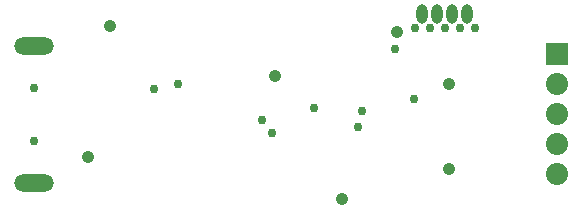
<source format=gbs>
G04*
G04 #@! TF.GenerationSoftware,Altium Limited,Altium Designer,20.2.6 (244)*
G04*
G04 Layer_Color=16711935*
%FSLAX25Y25*%
%MOIN*%
G70*
G04*
G04 #@! TF.SameCoordinates,1A3BA952-A66C-493A-B53E-150E5816C36F*
G04*
G04*
G04 #@! TF.FilePolarity,Negative*
G04*
G01*
G75*
G04:AMPARAMS|DCode=28|XSize=37.41mil|YSize=64.97mil|CornerRadius=18.7mil|HoleSize=0mil|Usage=FLASHONLY|Rotation=0.000|XOffset=0mil|YOffset=0mil|HoleType=Round|Shape=RoundedRectangle|*
%AMROUNDEDRECTD28*
21,1,0.03741,0.02756,0,0,0.0*
21,1,0.00000,0.06497,0,0,0.0*
1,1,0.03741,0.00000,-0.01378*
1,1,0.03741,0.00000,-0.01378*
1,1,0.03741,0.00000,0.01378*
1,1,0.03741,0.00000,0.01378*
%
%ADD28ROUNDEDRECTD28*%
%ADD37C,0.02953*%
%ADD38O,0.13189X0.05709*%
%ADD39R,0.07382X0.07382*%
%ADD40C,0.07382*%
%ADD41C,0.04134*%
D28*
X140433Y71850D02*
D03*
X145433D02*
D03*
X150433D02*
D03*
X155433D02*
D03*
D37*
X10827Y29528D02*
D03*
Y47244D02*
D03*
X137933Y67303D02*
D03*
X142933D02*
D03*
X147933D02*
D03*
X152933D02*
D03*
X157933D02*
D03*
X90244Y32283D02*
D03*
X137697Y43602D02*
D03*
X104193Y40453D02*
D03*
X120422Y39480D02*
D03*
X86996Y36614D02*
D03*
X118957Y34173D02*
D03*
X131299Y60342D02*
D03*
X58957Y48622D02*
D03*
X50886Y47047D02*
D03*
D38*
X10827Y15551D02*
D03*
Y61221D02*
D03*
D39*
X185138Y58465D02*
D03*
D40*
Y48465D02*
D03*
Y38465D02*
D03*
Y28465D02*
D03*
Y18465D02*
D03*
D41*
X149370Y20305D02*
D03*
X113642Y10335D02*
D03*
X149370Y48465D02*
D03*
X131890Y65945D02*
D03*
X91339Y51378D02*
D03*
X36220Y67815D02*
D03*
X28937Y24213D02*
D03*
M02*

</source>
